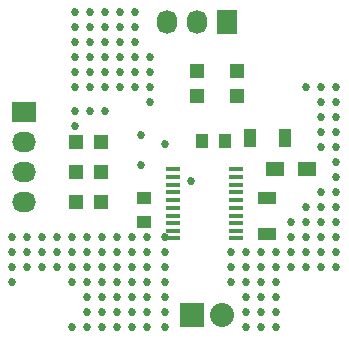
<source format=gts>
G04 #@! TF.FileFunction,Soldermask,Top*
%FSLAX46Y46*%
G04 Gerber Fmt 4.6, Leading zero omitted, Abs format (unit mm)*
G04 Created by KiCad (PCBNEW 0.201508140901+6091~28~ubuntu14.04.1-product) date Tue 06 Oct 2015 12:02:15 AM CEST*
%MOMM*%
G01*
G04 APERTURE LIST*
%ADD10C,0.100000*%
%ADD11C,0.685800*%
%ADD12R,1.000000X1.250000*%
%ADD13R,1.000000X1.600000*%
%ADD14R,1.250000X1.000000*%
%ADD15R,1.600000X1.000000*%
%ADD16R,2.032000X1.727200*%
%ADD17O,2.032000X1.727200*%
%ADD18R,2.032000X2.032000*%
%ADD19O,2.032000X2.032000*%
%ADD20R,1.270000X0.406400*%
%ADD21R,1.198880X1.198880*%
%ADD22R,1.727200X2.032000*%
%ADD23O,1.727200X2.032000*%
%ADD24R,1.500000X1.300000*%
G04 APERTURE END LIST*
D10*
D11*
X169926000Y-87376000D03*
X169926000Y-86106000D03*
X169926000Y-84836000D03*
X169926000Y-83566000D03*
X168656000Y-82296000D03*
X169926000Y-82296000D03*
X171196000Y-82296000D03*
X171196000Y-83566000D03*
X171196000Y-84836000D03*
X171196000Y-86106000D03*
X171196000Y-87376000D03*
X171196000Y-88646000D03*
X171196000Y-89916000D03*
X156718000Y-87122000D03*
X154686000Y-86360000D03*
X158877000Y-90297000D03*
X151638000Y-84328000D03*
X149098000Y-85598000D03*
X150368000Y-84328000D03*
X154686000Y-88900000D03*
X155194000Y-94996000D03*
X153924000Y-94996000D03*
X152654000Y-94996000D03*
X151384000Y-94996000D03*
X150114000Y-94996000D03*
X148844000Y-94996000D03*
X147574000Y-94996000D03*
X146304000Y-94996000D03*
X145034000Y-94996000D03*
X156718000Y-101346000D03*
X156718000Y-102616000D03*
X156718000Y-100076000D03*
X156718000Y-94996000D03*
X155194000Y-102616000D03*
X153924000Y-102616000D03*
X152654000Y-102616000D03*
X151384000Y-102616000D03*
X150114000Y-102616000D03*
X148844000Y-102616000D03*
X156718000Y-98806000D03*
X156718000Y-97536000D03*
X156718000Y-96266000D03*
X155194000Y-101346000D03*
X153924000Y-101346000D03*
X152654000Y-101346000D03*
X151384000Y-101346000D03*
X150114000Y-101346000D03*
X155194000Y-100076000D03*
X153924000Y-100076000D03*
X152654000Y-100076000D03*
X151384000Y-100076000D03*
X150114000Y-100076000D03*
X155194000Y-98806000D03*
X153924000Y-98806000D03*
X152654000Y-98806000D03*
X151384000Y-98806000D03*
X150114000Y-98806000D03*
X148844000Y-98806000D03*
X143764000Y-98806000D03*
X155194000Y-97536000D03*
X153924000Y-97536000D03*
X152654000Y-97536000D03*
X151384000Y-97536000D03*
X150114000Y-97536000D03*
X148844000Y-97536000D03*
X147574000Y-97536000D03*
X146304000Y-97536000D03*
X145034000Y-97536000D03*
X143764000Y-97536000D03*
X155194000Y-96266000D03*
X153924000Y-96266000D03*
X152654000Y-96266000D03*
X151384000Y-96266000D03*
X150114000Y-96266000D03*
X148844000Y-96266000D03*
X147574000Y-96266000D03*
X146304000Y-96266000D03*
X145034000Y-96266000D03*
X143764000Y-96266000D03*
X143764000Y-94996000D03*
X166116000Y-102616000D03*
X164846000Y-102616000D03*
X163576000Y-102616000D03*
X166116000Y-101346000D03*
X164846000Y-101346000D03*
X163576000Y-101346000D03*
X166116000Y-100076000D03*
X164846000Y-100076000D03*
X163576000Y-100076000D03*
X166116000Y-98806000D03*
X164846000Y-98806000D03*
X163576000Y-98806000D03*
X162306000Y-98806000D03*
X166116000Y-97536000D03*
X164846000Y-97536000D03*
X163576000Y-97536000D03*
X162306000Y-97536000D03*
X166116000Y-96266000D03*
X164846000Y-96266000D03*
X163576000Y-96266000D03*
X162306000Y-96266000D03*
X171196000Y-97536000D03*
X169926000Y-97536000D03*
X168656000Y-97536000D03*
X167386000Y-97536000D03*
X171196000Y-96266000D03*
X169926000Y-96266000D03*
X168656000Y-96266000D03*
X167386000Y-96266000D03*
X171196000Y-94996000D03*
X169926000Y-94996000D03*
X168656000Y-94996000D03*
X167386000Y-94996000D03*
X171196000Y-93726000D03*
X169926000Y-93726000D03*
X168656000Y-93726000D03*
X167386000Y-93726000D03*
X171196000Y-92456000D03*
X169926000Y-92456000D03*
X168656000Y-92456000D03*
X171196000Y-91186000D03*
X169926000Y-91186000D03*
X155448000Y-79756000D03*
X155448000Y-81026000D03*
X155448000Y-82296000D03*
X155448000Y-83566000D03*
X149098000Y-84328000D03*
X154178000Y-82296000D03*
X152908000Y-82296000D03*
X151638000Y-82296000D03*
X150368000Y-82296000D03*
X149098000Y-82296000D03*
X154178000Y-81026000D03*
X152908000Y-81026000D03*
X151638000Y-81026000D03*
X150368000Y-81026000D03*
X149098000Y-81026000D03*
X154178000Y-79756000D03*
X152908000Y-79756000D03*
X151638000Y-79756000D03*
X150368000Y-79756000D03*
X149098000Y-79756000D03*
X154178000Y-78486000D03*
X152908000Y-78486000D03*
X151638000Y-78486000D03*
X150368000Y-78486000D03*
X149098000Y-78486000D03*
X154178000Y-77216000D03*
X152908000Y-77216000D03*
X151638000Y-77216000D03*
X150368000Y-77216000D03*
X149098000Y-77216000D03*
X154178000Y-75946000D03*
X152908000Y-75946000D03*
X151638000Y-75946000D03*
X150368000Y-75946000D03*
D12*
X161782000Y-86868000D03*
X159782000Y-86868000D03*
D13*
X163854000Y-86614000D03*
X166854000Y-86614000D03*
D14*
X154940000Y-91710000D03*
X154940000Y-93710000D03*
D15*
X165354000Y-91718000D03*
X165354000Y-94718000D03*
D16*
X144780000Y-84455000D03*
D17*
X144780000Y-86995000D03*
X144780000Y-89535000D03*
X144780000Y-92075000D03*
D18*
X159004000Y-101600000D03*
D19*
X161544000Y-101600000D03*
D20*
X157353000Y-89281000D03*
X157353000Y-89916000D03*
X157353000Y-90576400D03*
X157353000Y-91236800D03*
X157353000Y-91871800D03*
X157353000Y-92532200D03*
X157353000Y-93192600D03*
X157353000Y-93827600D03*
X157353000Y-94488000D03*
X157353000Y-95123000D03*
X162687000Y-95123000D03*
X162687000Y-94488000D03*
X162687000Y-93827600D03*
X162687000Y-93192600D03*
X162687000Y-92532200D03*
X162687000Y-91871800D03*
X162687000Y-91236800D03*
X162687000Y-90576400D03*
X162687000Y-89916000D03*
X162687000Y-89281000D03*
D21*
X159385000Y-80992980D03*
X159385000Y-83091020D03*
X162814000Y-80992980D03*
X162814000Y-83091020D03*
X149191980Y-92075000D03*
X151290020Y-92075000D03*
X149191980Y-89535000D03*
X151290020Y-89535000D03*
X149191980Y-86995000D03*
X151290020Y-86995000D03*
D22*
X161925000Y-76835000D03*
D23*
X159385000Y-76835000D03*
X156845000Y-76835000D03*
D24*
X166036000Y-89281000D03*
X168736000Y-89281000D03*
D11*
X149098000Y-75946000D03*
M02*

</source>
